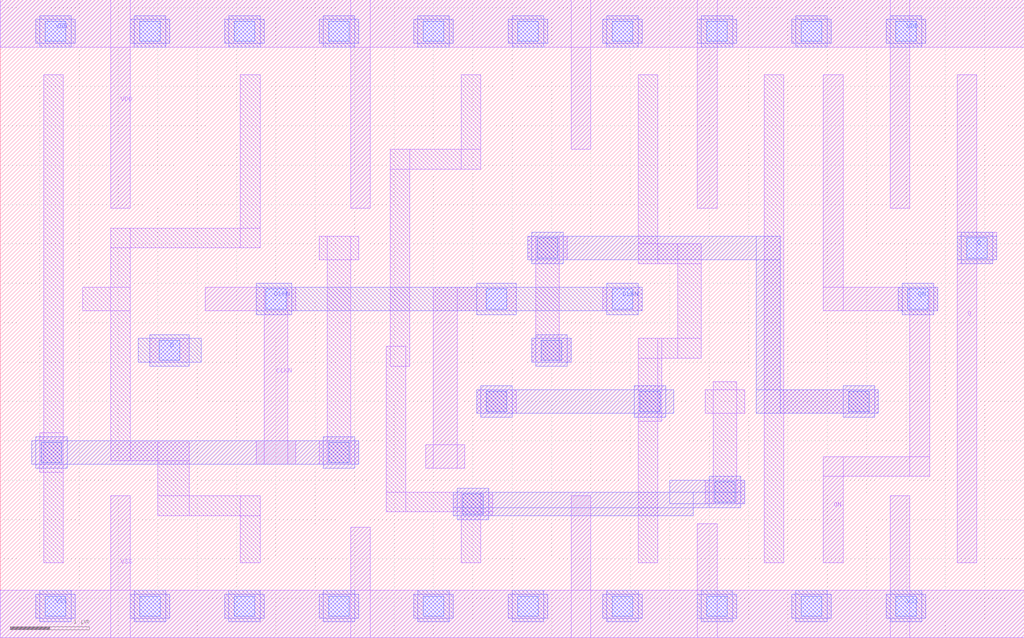
<source format=lef>
# Copyright 2022 Google LLC
# Licensed under the Apache License, Version 2.0 (the "License");
# you may not use this file except in compliance with the License.
# You may obtain a copy of the License at
#
#      http://www.apache.org/licenses/LICENSE-2.0
#
# Unless required by applicable law or agreed to in writing, software
# distributed under the License is distributed on an "AS IS" BASIS,
# WITHOUT WARRANTIES OR CONDITIONS OF ANY KIND, either express or implied.
# See the License for the specific language governing permissions and
# limitations under the License.
VERSION 5.7 ;
BUSBITCHARS "[]" ;
DIVIDERCHAR "/" ;

MACRO gf180mcu_osu_sc_12T_dffn_1
  CLASS CORE ;
  ORIGIN 0 0 ;
  FOREIGN gf180mcu_osu_sc_12T_dffn_1 0 0 ;
  SIZE 13 BY 8.1 ;
  SYMMETRY X Y ;
  SITE GF018hv5v_mcu_sc7 ;
  PIN CLKN
    DIRECTION INPUT ;
    USE CLOCK ;
    PORT
      LAYER MET1 ;
        RECT 7.65 4.15 8.15 4.45 ;
        RECT 5.5 4.15 6.55 4.45 ;
        RECT 5.4 2.15 5.9 2.45 ;
        RECT 5.5 2.15 5.8 4.45 ;
        RECT 2.6 4.15 3.75 4.45 ;
        RECT 3.25 2.2 3.75 2.5 ;
        RECT 3.35 2.2 3.65 4.45 ;
      LAYER MET2 ;
        RECT 3.25 4.15 8.15 4.45 ;
        RECT 7.7 4.1 8.1 4.5 ;
        RECT 6.05 4.1 6.55 4.5 ;
        RECT 3.25 4.1 3.7 4.5 ;
      LAYER VIA12 ;
        RECT 3.37 4.17 3.63 4.43 ;
        RECT 6.17 4.17 6.43 4.43 ;
        RECT 7.77 4.17 8.03 4.43 ;
    END
  END CLKN
  PIN D
    DIRECTION INPUT ;
    USE SIGNAL ;
    PORT
      LAYER MET1 ;
        RECT 1.9 3.5 2.4 3.8 ;
      LAYER MET2 ;
        RECT 1.75 3.5 2.55 3.8 ;
        RECT 1.9 3.45 2.4 3.85 ;
      LAYER VIA12 ;
        RECT 2.02 3.52 2.28 3.78 ;
    END
  END D
  PIN Q
    DIRECTION OUTPUT ;
    USE SIGNAL ;
    PORT
      LAYER MET1 ;
        RECT 12.15 4.8 12.65 5.15 ;
        RECT 12.15 4.75 12.6 5.15 ;
        RECT 12.15 0.95 12.4 7.15 ;
      LAYER MET2 ;
        RECT 12.15 4.8 12.65 5.1 ;
        RECT 12.2 4.75 12.6 5.15 ;
      LAYER VIA12 ;
        RECT 12.27 4.82 12.53 5.08 ;
    END
  END Q
  PIN QN
    DIRECTION OUTPUT ;
    USE SIGNAL ;
    PORT
      LAYER MET1 ;
        RECT 10.45 4.15 11.9 4.45 ;
        RECT 11.55 2.05 11.8 4.45 ;
        RECT 10.45 2.05 11.8 2.3 ;
        RECT 10.45 4.15 10.7 7.15 ;
        RECT 10.45 0.95 10.7 2.3 ;
      LAYER MET2 ;
        RECT 11.4 4.15 11.9 4.45 ;
        RECT 11.45 4.1 11.85 4.5 ;
      LAYER VIA12 ;
        RECT 11.52 4.17 11.78 4.43 ;
    END
  END QN
  PIN VDD
    DIRECTION INOUT ;
    USE POWER ;
    SHAPE ABUTMENT ;
    PORT
      LAYER MET1 ;
        RECT 0 7.5 13 8.1 ;
        RECT 11.3 5.45 11.55 8.1 ;
        RECT 8.85 5.45 9.1 8.1 ;
        RECT 7.25 6.2 7.5 8.1 ;
        RECT 4.45 5.45 4.7 8.1 ;
        RECT 1.4 5.45 1.65 8.1 ;
      LAYER MET2 ;
        RECT 11.25 7.55 11.75 7.85 ;
        RECT 11.3 7.5 11.7 7.9 ;
        RECT 10.05 7.55 10.55 7.85 ;
        RECT 10.1 7.5 10.5 7.9 ;
        RECT 8.85 7.55 9.35 7.85 ;
        RECT 8.9 7.5 9.3 7.9 ;
        RECT 7.65 7.55 8.15 7.85 ;
        RECT 7.7 7.5 8.1 7.9 ;
        RECT 6.45 7.55 6.95 7.85 ;
        RECT 6.5 7.5 6.9 7.9 ;
        RECT 5.25 7.55 5.75 7.85 ;
        RECT 5.3 7.5 5.7 7.9 ;
        RECT 4.05 7.55 4.55 7.85 ;
        RECT 4.1 7.5 4.5 7.9 ;
        RECT 2.85 7.55 3.35 7.85 ;
        RECT 2.9 7.5 3.3 7.9 ;
        RECT 1.65 7.55 2.15 7.85 ;
        RECT 1.7 7.5 2.1 7.9 ;
        RECT 0.45 7.55 0.95 7.85 ;
        RECT 0.5 7.5 0.9 7.9 ;
      LAYER VIA12 ;
        RECT 0.57 7.57 0.83 7.83 ;
        RECT 1.77 7.57 2.03 7.83 ;
        RECT 2.97 7.57 3.23 7.83 ;
        RECT 4.17 7.57 4.43 7.83 ;
        RECT 5.37 7.57 5.63 7.83 ;
        RECT 6.57 7.57 6.83 7.83 ;
        RECT 7.77 7.57 8.03 7.83 ;
        RECT 8.97 7.57 9.23 7.83 ;
        RECT 10.17 7.57 10.43 7.83 ;
        RECT 11.37 7.57 11.63 7.83 ;
    END
  END VDD
  PIN VSS
    DIRECTION INOUT ;
    USE GROUND ;
    PORT
      LAYER MET1 ;
        RECT 0 0 13 0.6 ;
        RECT 11.3 0 11.55 1.8 ;
        RECT 8.85 0 9.1 1.45 ;
        RECT 7.25 0 7.5 1.8 ;
        RECT 4.45 0 4.7 1.4 ;
        RECT 1.4 0 1.65 1.8 ;
      LAYER MET2 ;
        RECT 11.25 0.25 11.75 0.55 ;
        RECT 11.3 0.2 11.7 0.6 ;
        RECT 10.05 0.25 10.55 0.55 ;
        RECT 10.1 0.2 10.5 0.6 ;
        RECT 8.85 0.25 9.35 0.55 ;
        RECT 8.9 0.2 9.3 0.6 ;
        RECT 7.65 0.25 8.15 0.55 ;
        RECT 7.7 0.2 8.1 0.6 ;
        RECT 6.45 0.25 6.95 0.55 ;
        RECT 6.5 0.2 6.9 0.6 ;
        RECT 5.25 0.25 5.75 0.55 ;
        RECT 5.3 0.2 5.7 0.6 ;
        RECT 4.05 0.25 4.55 0.55 ;
        RECT 4.1 0.2 4.5 0.6 ;
        RECT 2.85 0.25 3.35 0.55 ;
        RECT 2.9 0.2 3.3 0.6 ;
        RECT 1.65 0.25 2.15 0.55 ;
        RECT 1.7 0.2 2.1 0.6 ;
        RECT 0.45 0.25 0.95 0.55 ;
        RECT 0.5 0.2 0.9 0.6 ;
      LAYER VIA12 ;
        RECT 0.57 0.27 0.83 0.53 ;
        RECT 1.77 0.27 2.03 0.53 ;
        RECT 2.97 0.27 3.23 0.53 ;
        RECT 4.17 0.27 4.43 0.53 ;
        RECT 5.37 0.27 5.63 0.53 ;
        RECT 6.57 0.27 6.83 0.53 ;
        RECT 7.77 0.27 8.03 0.53 ;
        RECT 8.97 0.27 9.23 0.53 ;
        RECT 10.17 0.27 10.43 0.53 ;
        RECT 11.37 0.27 11.63 0.53 ;
    END
  END VSS
  OBS
    LAYER MET2 ;
      RECT 6.75 4.75 7.15 5.15 ;
      RECT 6.7 4.8 9.9 5.1 ;
      RECT 9.6 2.85 9.9 5.1 ;
      RECT 10.7 2.8 11.1 3.2 ;
      RECT 9.6 2.85 11.15 3.15 ;
      RECT 9 1.65 9.4 2.05 ;
      RECT 8.5 1.7 9.45 2 ;
      RECT 5.8 1.5 6.2 1.9 ;
      RECT 5.75 1.55 8.8 1.85 ;
      RECT 5.75 1.65 9.4 1.85 ;
      RECT 8.05 2.8 8.45 3.2 ;
      RECT 6.1 2.8 6.5 3.2 ;
      RECT 6.05 2.85 8.55 3.15 ;
      RECT 6.8 3.45 7.2 3.85 ;
      RECT 6.75 3.5 7.25 3.8 ;
      RECT 4.1 2.15 4.5 2.55 ;
      RECT 0.45 2.15 0.85 2.55 ;
      RECT 0.4 2.2 4.55 2.5 ;
    LAYER VIA12 ;
      RECT 10.77 2.87 11.03 3.13 ;
      RECT 9.07 1.72 9.33 1.98 ;
      RECT 8.12 2.87 8.38 3.13 ;
      RECT 6.87 3.52 7.13 3.78 ;
      RECT 6.82 4.82 7.08 5.08 ;
      RECT 6.17 2.87 6.43 3.13 ;
      RECT 5.87 1.57 6.13 1.83 ;
      RECT 4.17 2.22 4.43 2.48 ;
      RECT 0.52 2.22 0.78 2.48 ;
    LAYER MET1 ;
      RECT 9.7 0.95 9.95 7.15 ;
      RECT 9.7 2.85 11.15 3.15 ;
      RECT 9.05 1.7 9.35 3.25 ;
      RECT 8.95 2.85 9.45 3.15 ;
      RECT 8.95 1.7 9.45 2 ;
      RECT 8.1 4.75 8.35 7.15 ;
      RECT 8.1 4.75 8.9 5 ;
      RECT 8.6 3.55 8.9 5 ;
      RECT 8.1 3.55 8.9 3.8 ;
      RECT 8.1 2.75 8.4 3.8 ;
      RECT 8.1 0.95 8.35 3.8 ;
      RECT 6.7 4.8 7.2 5.1 ;
      RECT 6.8 3.5 7.1 5.1 ;
      RECT 6.75 3.5 7.25 3.8 ;
      RECT 5.85 5.95 6.1 7.15 ;
      RECT 4.95 5.95 6.1 6.2 ;
      RECT 4.95 3.45 5.2 6.2 ;
      RECT 4.9 1.6 5.15 3.7 ;
      RECT 4.9 1.6 6.25 1.85 ;
      RECT 5.85 1.55 6.25 1.85 ;
      RECT 5.85 0.95 6.1 1.85 ;
      RECT 4.05 4.8 4.55 5.1 ;
      RECT 4.15 2.2 4.45 5.1 ;
      RECT 4.05 2.2 4.55 2.5 ;
      RECT 3.05 4.95 3.3 7.15 ;
      RECT 1.4 4.95 3.3 5.2 ;
      RECT 1.4 2.25 1.65 5.2 ;
      RECT 1.05 4.15 1.65 4.45 ;
      RECT 1.4 2.25 2.4 2.5 ;
      RECT 2 1.55 2.4 2.5 ;
      RECT 2 1.55 3.3 1.8 ;
      RECT 3.05 0.95 3.3 1.8 ;
      RECT 0.55 0.95 0.8 7.15 ;
      RECT 0.5 2.1 0.8 2.6 ;
      RECT 6.05 2.85 6.55 3.15 ;
  END
END gf180mcu_osu_sc_12T_dffn_1

</source>
